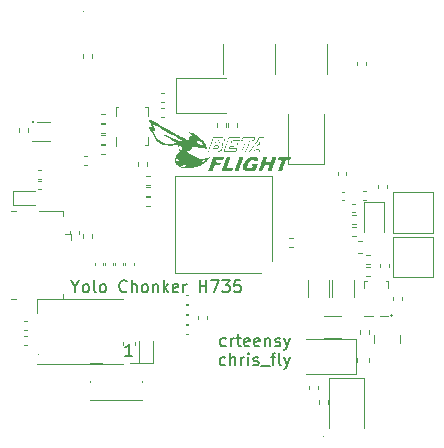
<source format=gbr>
G04 #@! TF.GenerationSoftware,KiCad,Pcbnew,(6.0.8)*
G04 #@! TF.CreationDate,2023-01-15T21:35:17+01:00*
G04 #@! TF.ProjectId,ultimateFC,756c7469-6d61-4746-9546-432e6b696361,rev?*
G04 #@! TF.SameCoordinates,Original*
G04 #@! TF.FileFunction,Legend,Top*
G04 #@! TF.FilePolarity,Positive*
%FSLAX46Y46*%
G04 Gerber Fmt 4.6, Leading zero omitted, Abs format (unit mm)*
G04 Created by KiCad (PCBNEW (6.0.8)) date 2023-01-15 21:35:17*
%MOMM*%
%LPD*%
G01*
G04 APERTURE LIST*
%ADD10C,0.120000*%
%ADD11C,0.180000*%
%ADD12C,0.150000*%
%ADD13C,0.100000*%
G04 APERTURE END LIST*
D10*
X119300000Y-99700000D02*
X119300000Y-102300000D01*
X123700000Y-99700000D02*
X123700000Y-102300000D01*
X114900000Y-99700000D02*
X114900000Y-102300000D01*
D11*
X115157619Y-125259761D02*
X115062380Y-125307380D01*
X114871904Y-125307380D01*
X114776666Y-125259761D01*
X114729047Y-125212142D01*
X114681428Y-125116904D01*
X114681428Y-124831190D01*
X114729047Y-124735952D01*
X114776666Y-124688333D01*
X114871904Y-124640714D01*
X115062380Y-124640714D01*
X115157619Y-124688333D01*
X115586190Y-125307380D02*
X115586190Y-124640714D01*
X115586190Y-124831190D02*
X115633809Y-124735952D01*
X115681428Y-124688333D01*
X115776666Y-124640714D01*
X115871904Y-124640714D01*
X116062380Y-124640714D02*
X116443333Y-124640714D01*
X116205238Y-124307380D02*
X116205238Y-125164523D01*
X116252857Y-125259761D01*
X116348095Y-125307380D01*
X116443333Y-125307380D01*
X117157619Y-125259761D02*
X117062380Y-125307380D01*
X116871904Y-125307380D01*
X116776666Y-125259761D01*
X116729047Y-125164523D01*
X116729047Y-124783571D01*
X116776666Y-124688333D01*
X116871904Y-124640714D01*
X117062380Y-124640714D01*
X117157619Y-124688333D01*
X117205238Y-124783571D01*
X117205238Y-124878809D01*
X116729047Y-124974047D01*
X118014761Y-125259761D02*
X117919523Y-125307380D01*
X117729047Y-125307380D01*
X117633809Y-125259761D01*
X117586190Y-125164523D01*
X117586190Y-124783571D01*
X117633809Y-124688333D01*
X117729047Y-124640714D01*
X117919523Y-124640714D01*
X118014761Y-124688333D01*
X118062380Y-124783571D01*
X118062380Y-124878809D01*
X117586190Y-124974047D01*
X118490952Y-124640714D02*
X118490952Y-125307380D01*
X118490952Y-124735952D02*
X118538571Y-124688333D01*
X118633809Y-124640714D01*
X118776666Y-124640714D01*
X118871904Y-124688333D01*
X118919523Y-124783571D01*
X118919523Y-125307380D01*
X119348095Y-125259761D02*
X119443333Y-125307380D01*
X119633809Y-125307380D01*
X119729047Y-125259761D01*
X119776666Y-125164523D01*
X119776666Y-125116904D01*
X119729047Y-125021666D01*
X119633809Y-124974047D01*
X119490952Y-124974047D01*
X119395714Y-124926428D01*
X119348095Y-124831190D01*
X119348095Y-124783571D01*
X119395714Y-124688333D01*
X119490952Y-124640714D01*
X119633809Y-124640714D01*
X119729047Y-124688333D01*
X120110000Y-124640714D02*
X120348095Y-125307380D01*
X120586190Y-124640714D02*
X120348095Y-125307380D01*
X120252857Y-125545476D01*
X120205238Y-125593095D01*
X120110000Y-125640714D01*
X115133809Y-126869761D02*
X115038571Y-126917380D01*
X114848095Y-126917380D01*
X114752857Y-126869761D01*
X114705238Y-126822142D01*
X114657619Y-126726904D01*
X114657619Y-126441190D01*
X114705238Y-126345952D01*
X114752857Y-126298333D01*
X114848095Y-126250714D01*
X115038571Y-126250714D01*
X115133809Y-126298333D01*
X115562380Y-126917380D02*
X115562380Y-125917380D01*
X115990952Y-126917380D02*
X115990952Y-126393571D01*
X115943333Y-126298333D01*
X115848095Y-126250714D01*
X115705238Y-126250714D01*
X115610000Y-126298333D01*
X115562380Y-126345952D01*
X116467142Y-126917380D02*
X116467142Y-126250714D01*
X116467142Y-126441190D02*
X116514761Y-126345952D01*
X116562380Y-126298333D01*
X116657619Y-126250714D01*
X116752857Y-126250714D01*
X117086190Y-126917380D02*
X117086190Y-126250714D01*
X117086190Y-125917380D02*
X117038571Y-125965000D01*
X117086190Y-126012619D01*
X117133809Y-125965000D01*
X117086190Y-125917380D01*
X117086190Y-126012619D01*
X117514761Y-126869761D02*
X117610000Y-126917380D01*
X117800476Y-126917380D01*
X117895714Y-126869761D01*
X117943333Y-126774523D01*
X117943333Y-126726904D01*
X117895714Y-126631666D01*
X117800476Y-126584047D01*
X117657619Y-126584047D01*
X117562380Y-126536428D01*
X117514761Y-126441190D01*
X117514761Y-126393571D01*
X117562380Y-126298333D01*
X117657619Y-126250714D01*
X117800476Y-126250714D01*
X117895714Y-126298333D01*
X118133809Y-127012619D02*
X118895714Y-127012619D01*
X118990952Y-126250714D02*
X119371904Y-126250714D01*
X119133809Y-126917380D02*
X119133809Y-126060238D01*
X119181428Y-125965000D01*
X119276666Y-125917380D01*
X119371904Y-125917380D01*
X119848095Y-126917380D02*
X119752857Y-126869761D01*
X119705238Y-126774523D01*
X119705238Y-125917380D01*
X120133809Y-126250714D02*
X120371904Y-126917380D01*
X120610000Y-126250714D02*
X120371904Y-126917380D01*
X120276666Y-127155476D01*
X120229047Y-127203095D01*
X120133809Y-127250714D01*
X102439047Y-120266190D02*
X102439047Y-120742380D01*
X102105714Y-119742380D02*
X102439047Y-120266190D01*
X102772380Y-119742380D01*
X103248571Y-120742380D02*
X103153333Y-120694761D01*
X103105714Y-120647142D01*
X103058095Y-120551904D01*
X103058095Y-120266190D01*
X103105714Y-120170952D01*
X103153333Y-120123333D01*
X103248571Y-120075714D01*
X103391428Y-120075714D01*
X103486666Y-120123333D01*
X103534285Y-120170952D01*
X103581904Y-120266190D01*
X103581904Y-120551904D01*
X103534285Y-120647142D01*
X103486666Y-120694761D01*
X103391428Y-120742380D01*
X103248571Y-120742380D01*
X104153333Y-120742380D02*
X104058095Y-120694761D01*
X104010476Y-120599523D01*
X104010476Y-119742380D01*
X104677142Y-120742380D02*
X104581904Y-120694761D01*
X104534285Y-120647142D01*
X104486666Y-120551904D01*
X104486666Y-120266190D01*
X104534285Y-120170952D01*
X104581904Y-120123333D01*
X104677142Y-120075714D01*
X104820000Y-120075714D01*
X104915238Y-120123333D01*
X104962857Y-120170952D01*
X105010476Y-120266190D01*
X105010476Y-120551904D01*
X104962857Y-120647142D01*
X104915238Y-120694761D01*
X104820000Y-120742380D01*
X104677142Y-120742380D01*
X106772380Y-120647142D02*
X106724761Y-120694761D01*
X106581904Y-120742380D01*
X106486666Y-120742380D01*
X106343809Y-120694761D01*
X106248571Y-120599523D01*
X106200952Y-120504285D01*
X106153333Y-120313809D01*
X106153333Y-120170952D01*
X106200952Y-119980476D01*
X106248571Y-119885238D01*
X106343809Y-119790000D01*
X106486666Y-119742380D01*
X106581904Y-119742380D01*
X106724761Y-119790000D01*
X106772380Y-119837619D01*
X107200952Y-120742380D02*
X107200952Y-119742380D01*
X107629523Y-120742380D02*
X107629523Y-120218571D01*
X107581904Y-120123333D01*
X107486666Y-120075714D01*
X107343809Y-120075714D01*
X107248571Y-120123333D01*
X107200952Y-120170952D01*
X108248571Y-120742380D02*
X108153333Y-120694761D01*
X108105714Y-120647142D01*
X108058095Y-120551904D01*
X108058095Y-120266190D01*
X108105714Y-120170952D01*
X108153333Y-120123333D01*
X108248571Y-120075714D01*
X108391428Y-120075714D01*
X108486666Y-120123333D01*
X108534285Y-120170952D01*
X108581904Y-120266190D01*
X108581904Y-120551904D01*
X108534285Y-120647142D01*
X108486666Y-120694761D01*
X108391428Y-120742380D01*
X108248571Y-120742380D01*
X109010476Y-120075714D02*
X109010476Y-120742380D01*
X109010476Y-120170952D02*
X109058095Y-120123333D01*
X109153333Y-120075714D01*
X109296190Y-120075714D01*
X109391428Y-120123333D01*
X109439047Y-120218571D01*
X109439047Y-120742380D01*
X109915238Y-120742380D02*
X109915238Y-119742380D01*
X110010476Y-120361428D02*
X110296190Y-120742380D01*
X110296190Y-120075714D02*
X109915238Y-120456666D01*
X111105714Y-120694761D02*
X111010476Y-120742380D01*
X110820000Y-120742380D01*
X110724761Y-120694761D01*
X110677142Y-120599523D01*
X110677142Y-120218571D01*
X110724761Y-120123333D01*
X110820000Y-120075714D01*
X111010476Y-120075714D01*
X111105714Y-120123333D01*
X111153333Y-120218571D01*
X111153333Y-120313809D01*
X110677142Y-120409047D01*
X111581904Y-120742380D02*
X111581904Y-120075714D01*
X111581904Y-120266190D02*
X111629523Y-120170952D01*
X111677142Y-120123333D01*
X111772380Y-120075714D01*
X111867619Y-120075714D01*
X112962857Y-120742380D02*
X112962857Y-119742380D01*
X112962857Y-120218571D02*
X113534285Y-120218571D01*
X113534285Y-120742380D02*
X113534285Y-119742380D01*
X113915238Y-119742380D02*
X114581904Y-119742380D01*
X114153333Y-120742380D01*
X114867619Y-119742380D02*
X115486666Y-119742380D01*
X115153333Y-120123333D01*
X115296190Y-120123333D01*
X115391428Y-120170952D01*
X115439047Y-120218571D01*
X115486666Y-120313809D01*
X115486666Y-120551904D01*
X115439047Y-120647142D01*
X115391428Y-120694761D01*
X115296190Y-120742380D01*
X115010476Y-120742380D01*
X114915238Y-120694761D01*
X114867619Y-120647142D01*
X116391428Y-119742380D02*
X115915238Y-119742380D01*
X115867619Y-120218571D01*
X115915238Y-120170952D01*
X116010476Y-120123333D01*
X116248571Y-120123333D01*
X116343809Y-120170952D01*
X116391428Y-120218571D01*
X116439047Y-120313809D01*
X116439047Y-120551904D01*
X116391428Y-120647142D01*
X116343809Y-120694761D01*
X116248571Y-120742380D01*
X116010476Y-120742380D01*
X115915238Y-120694761D01*
X115867619Y-120647142D01*
D12*
X107235714Y-126142380D02*
X106664285Y-126142380D01*
X106950000Y-126142380D02*
X106950000Y-125142380D01*
X106854761Y-125285238D01*
X106759523Y-125380476D01*
X106664285Y-125428095D01*
D10*
X124992164Y-112240000D02*
X125207836Y-112240000D01*
X124992164Y-112960000D02*
X125207836Y-112960000D01*
X124639999Y-110592165D02*
X124639999Y-110807837D01*
X125359999Y-110592165D02*
X125359999Y-110807837D01*
X101360000Y-121360000D02*
X101360000Y-120940000D01*
X99380000Y-113840000D02*
X101360000Y-113840000D01*
X99380000Y-121360000D02*
X101360000Y-121360000D01*
X102040000Y-116290000D02*
X102040000Y-115840000D01*
X97010000Y-113840000D02*
X97410000Y-113840000D01*
X101360000Y-113840000D02*
X101360000Y-114260000D01*
X97410000Y-121360000D02*
X97010000Y-121360000D01*
X101590000Y-115840000D02*
X102040000Y-115840000D01*
X128780000Y-111646359D02*
X128780000Y-111953641D01*
X128020000Y-111646359D02*
X128020000Y-111953641D01*
X127053641Y-112980000D02*
X126746359Y-112980000D01*
X127053641Y-112220000D02*
X126746359Y-112220000D01*
X99566141Y-110385000D02*
X99258859Y-110385000D01*
X99566141Y-111145000D02*
X99258859Y-111145000D01*
X97640000Y-107148641D02*
X97640000Y-106841359D01*
X98400000Y-107148641D02*
X98400000Y-106841359D01*
X114420000Y-106446359D02*
X114420000Y-106753641D01*
X115180000Y-106446359D02*
X115180000Y-106753641D01*
X116080000Y-106446359D02*
X116080000Y-106753641D01*
X115320000Y-106446359D02*
X115320000Y-106753641D01*
X99520336Y-112025000D02*
X99304664Y-112025000D01*
X99520336Y-111305000D02*
X99304664Y-111305000D01*
D13*
X100300000Y-107915000D02*
X98800000Y-107915000D01*
X99200000Y-106315000D02*
X100300000Y-106315000D01*
X98950000Y-106315000D02*
G75*
G03*
X98950000Y-106315000I-100000J0D01*
G01*
D10*
X128580000Y-113090000D02*
X126880000Y-113090000D01*
X128580000Y-113090000D02*
X128580000Y-115640000D01*
X126880000Y-113090000D02*
X126880000Y-115640000D01*
X110875000Y-110875000D02*
X119125000Y-110875000D01*
X119125000Y-110875000D02*
X119125000Y-118125000D01*
X118125000Y-119125000D02*
X110875000Y-119125000D01*
X110875000Y-119125000D02*
X110875000Y-110875000D01*
X98353641Y-125180000D02*
X98046359Y-125180000D01*
X98353641Y-124420000D02*
X98046359Y-124420000D01*
G36*
X111055345Y-109997527D02*
G01*
X110985152Y-109911692D01*
X110943337Y-109839634D01*
X110903059Y-109754976D01*
X110869040Y-109669472D01*
X110863687Y-109652138D01*
X113181097Y-109652138D01*
X113191368Y-109703372D01*
X113221880Y-109721820D01*
X113272177Y-109707424D01*
X113327587Y-109671284D01*
X113379321Y-109624846D01*
X113395592Y-109592386D01*
X113376696Y-109575008D01*
X113322930Y-109573817D01*
X113302096Y-109576470D01*
X113236173Y-109587608D01*
X113199899Y-109599643D01*
X113184477Y-109618074D01*
X113181110Y-109648404D01*
X113181097Y-109652138D01*
X110863687Y-109652138D01*
X110846005Y-109594875D01*
X110839193Y-109550970D01*
X110954725Y-109550970D01*
X110956566Y-109597827D01*
X110969394Y-109619116D01*
X111004166Y-109624927D01*
X111035303Y-109625182D01*
X111102047Y-109618993D01*
X111180981Y-109603259D01*
X111219220Y-109592607D01*
X111285597Y-109568158D01*
X111317031Y-109548418D01*
X111312692Y-109534771D01*
X111271746Y-109528600D01*
X111257832Y-109528384D01*
X111202766Y-109521940D01*
X111131222Y-109505405D01*
X111085219Y-109491266D01*
X111025762Y-109473181D01*
X110982041Y-109464285D01*
X110966030Y-109465453D01*
X110958722Y-109490465D01*
X110954892Y-109538125D01*
X110954725Y-109550970D01*
X110839193Y-109550970D01*
X110838567Y-109546936D01*
X110845713Y-109497829D01*
X110864524Y-109425865D01*
X110891062Y-109343622D01*
X110921385Y-109263679D01*
X110941395Y-109218628D01*
X110984910Y-109145971D01*
X111045136Y-109067726D01*
X111112319Y-108994846D01*
X111176702Y-108938281D01*
X111210633Y-108916364D01*
X111254196Y-108876315D01*
X111263292Y-108822706D01*
X111237940Y-108763141D01*
X111215267Y-108713854D01*
X111194101Y-108639691D01*
X111177489Y-108554464D01*
X111168480Y-108471986D01*
X111167683Y-108444667D01*
X111166632Y-108420381D01*
X111225762Y-108420381D01*
X111235630Y-108511355D01*
X111262288Y-108589863D01*
X111301312Y-108650290D01*
X111348283Y-108687022D01*
X111398778Y-108694444D01*
X111431087Y-108681098D01*
X111455177Y-108645441D01*
X111467065Y-108588762D01*
X111465431Y-108527197D01*
X111448953Y-108476884D01*
X111447936Y-108475288D01*
X111420097Y-108410079D01*
X111405712Y-108329200D01*
X111405703Y-108247922D01*
X111420991Y-108181512D01*
X111429261Y-108165899D01*
X111451482Y-108120658D01*
X111444340Y-108100166D01*
X111409285Y-108106106D01*
X111386929Y-108116706D01*
X111320737Y-108171247D01*
X111267695Y-108251856D01*
X111234203Y-108346475D01*
X111225762Y-108420381D01*
X111166632Y-108420381D01*
X111165749Y-108399993D01*
X111157135Y-108365524D01*
X111137625Y-108340321D01*
X111102999Y-108323443D01*
X111049042Y-108313952D01*
X110971534Y-108310908D01*
X110866259Y-108313371D01*
X110729000Y-108320403D01*
X110635289Y-108326066D01*
X110481473Y-108330530D01*
X110321065Y-108326277D01*
X110164613Y-108314195D01*
X110022665Y-108295172D01*
X109905770Y-108270095D01*
X109880259Y-108262525D01*
X109712215Y-108196914D01*
X109562899Y-108111964D01*
X109427799Y-108003607D01*
X109302403Y-107867775D01*
X109182196Y-107700401D01*
X109093746Y-107553516D01*
X108987298Y-107364648D01*
X108899187Y-107206636D01*
X108828325Y-107076844D01*
X108773625Y-106972636D01*
X108733996Y-106891374D01*
X108708352Y-106830421D01*
X108695602Y-106787142D01*
X108694660Y-106758898D01*
X108704436Y-106743054D01*
X108723842Y-106736973D01*
X108751789Y-106738017D01*
X108757393Y-106738724D01*
X108834503Y-106747637D01*
X108880515Y-106747734D01*
X108902366Y-106737444D01*
X108906993Y-106715196D01*
X108905940Y-106705080D01*
X108895497Y-106670733D01*
X108871621Y-106609937D01*
X108846925Y-106552374D01*
X109018710Y-106552374D01*
X109018750Y-106556813D01*
X109026387Y-106585074D01*
X109047182Y-106640444D01*
X109077958Y-106714928D01*
X109115541Y-106800529D01*
X109115548Y-106800545D01*
X109153072Y-106885695D01*
X109183819Y-106959245D01*
X109204630Y-107013370D01*
X109212347Y-107040244D01*
X109212347Y-107040319D01*
X109196315Y-107069532D01*
X109152639Y-107079055D01*
X109096283Y-107069722D01*
X109050994Y-107061593D01*
X109028983Y-107073098D01*
X109025273Y-107080618D01*
X109031404Y-107105466D01*
X109055081Y-107158209D01*
X109093662Y-107233704D01*
X109144500Y-107326809D01*
X109204950Y-107432381D01*
X109215046Y-107449590D01*
X109297032Y-107586237D01*
X109365076Y-107693262D01*
X109422643Y-107775630D01*
X109473195Y-107838307D01*
X109518876Y-107885050D01*
X109646781Y-107983102D01*
X109795540Y-108060225D01*
X109970107Y-108118483D01*
X110175436Y-108159940D01*
X110180335Y-108160679D01*
X110255501Y-108167344D01*
X110357245Y-108170116D01*
X110473643Y-108169182D01*
X110592769Y-108164726D01*
X110702697Y-108156932D01*
X110750454Y-108151845D01*
X110868272Y-108135090D01*
X110948976Y-108118090D01*
X110994169Y-108100371D01*
X111005456Y-108081457D01*
X111003472Y-108076964D01*
X110983303Y-108061458D01*
X110935273Y-108031008D01*
X110876847Y-107996089D01*
X112726779Y-107996089D01*
X112741278Y-108040734D01*
X112741768Y-108041937D01*
X112786679Y-108105001D01*
X112868484Y-108166571D01*
X112985358Y-108225455D01*
X113076051Y-108260591D01*
X113167907Y-108290824D01*
X113229125Y-108305161D01*
X113264155Y-108304079D01*
X113277446Y-108288056D01*
X113277896Y-108282232D01*
X113265334Y-108249877D01*
X113232148Y-108198430D01*
X113185090Y-108136182D01*
X113130912Y-108071425D01*
X113076365Y-108012448D01*
X113028201Y-107967544D01*
X113011086Y-107954594D01*
X112923526Y-107905796D01*
X112851800Y-107890168D01*
X112792386Y-107907344D01*
X112765108Y-107929199D01*
X112733363Y-107965480D01*
X112726779Y-107996089D01*
X110876847Y-107996089D01*
X110865471Y-107989290D01*
X110779988Y-107939978D01*
X110726431Y-107909797D01*
X110538259Y-107803674D01*
X110372479Y-107708198D01*
X110230775Y-107624428D01*
X110114834Y-107553421D01*
X110026340Y-107496235D01*
X109966979Y-107453928D01*
X109938436Y-107427556D01*
X109942396Y-107418178D01*
X109943019Y-107418170D01*
X109980982Y-107424626D01*
X110047289Y-107444327D01*
X110143319Y-107477777D01*
X110270452Y-107525480D01*
X110430069Y-107587939D01*
X110623549Y-107665656D01*
X110639798Y-107672250D01*
X110815101Y-107743420D01*
X110958120Y-107801297D01*
X111072466Y-107847103D01*
X111161749Y-107882065D01*
X111229579Y-107907405D01*
X111279568Y-107924350D01*
X111315326Y-107934123D01*
X111340463Y-107937948D01*
X111358590Y-107937051D01*
X111373318Y-107932656D01*
X111388133Y-107926043D01*
X111429792Y-107895843D01*
X111434450Y-107862577D01*
X111404840Y-107832422D01*
X111381129Y-107818813D01*
X111327227Y-107788501D01*
X111246815Y-107743538D01*
X111143575Y-107685975D01*
X111021191Y-107617865D01*
X110883343Y-107541259D01*
X110733714Y-107458210D01*
X110644969Y-107408998D01*
X110480655Y-107317873D01*
X110317881Y-107227528D01*
X110161754Y-107140804D01*
X110017380Y-107060539D01*
X109889866Y-106989574D01*
X109784317Y-106930746D01*
X109705840Y-106886896D01*
X109686661Y-106876144D01*
X109518886Y-106781960D01*
X109381819Y-106705171D01*
X109272360Y-106644295D01*
X109187410Y-106597851D01*
X109123871Y-106564357D01*
X109078643Y-106542332D01*
X109048628Y-106530293D01*
X109030726Y-106526760D01*
X109021838Y-106530250D01*
X109018866Y-106539282D01*
X109018710Y-106552374D01*
X108846925Y-106552374D01*
X108837788Y-106531078D01*
X108797472Y-106442542D01*
X108794621Y-106436464D01*
X108739847Y-106314456D01*
X108705638Y-106223715D01*
X108692323Y-106162497D01*
X108700231Y-106129059D01*
X108729691Y-106121656D01*
X108781032Y-106138545D01*
X108844512Y-106172081D01*
X108893400Y-106199982D01*
X108967255Y-106241561D01*
X109057135Y-106291808D01*
X109154095Y-106345711D01*
X109183308Y-106361890D01*
X109335284Y-106446015D01*
X109499547Y-106536997D01*
X109671878Y-106632495D01*
X109848055Y-106730165D01*
X110023857Y-106827666D01*
X110195065Y-106922655D01*
X110357458Y-107012791D01*
X110506814Y-107095732D01*
X110638915Y-107169135D01*
X110749538Y-107230659D01*
X110834464Y-107277961D01*
X110886966Y-107307294D01*
X110975027Y-107356476D01*
X111064177Y-107405967D01*
X111140324Y-107447954D01*
X111167683Y-107462912D01*
X111229908Y-107497255D01*
X111313231Y-107543896D01*
X111405182Y-107595829D01*
X111467759Y-107631441D01*
X111637509Y-107726786D01*
X111776039Y-107801082D01*
X111883124Y-107854218D01*
X111958539Y-107886085D01*
X112002061Y-107896573D01*
X112008950Y-107895502D01*
X112029337Y-107872555D01*
X112038181Y-107820248D01*
X112038872Y-107791151D01*
X112051881Y-107686758D01*
X112093420Y-107604578D01*
X112167260Y-107538713D01*
X112219059Y-107509261D01*
X112276738Y-107476320D01*
X112311699Y-107447818D01*
X112318379Y-107431822D01*
X112298908Y-107409471D01*
X112256513Y-107373291D01*
X112200367Y-107331108D01*
X112200287Y-107331051D01*
X112135855Y-107283937D01*
X112076943Y-107238538D01*
X112040837Y-107208588D01*
X111990472Y-107163563D01*
X112067029Y-107174133D01*
X112151880Y-107196073D01*
X112259975Y-107239743D01*
X112385374Y-107301433D01*
X112522132Y-107377429D01*
X112664309Y-107464022D01*
X112805961Y-107557499D01*
X112941147Y-107654148D01*
X113063924Y-107750259D01*
X113168349Y-107842119D01*
X113220761Y-107894762D01*
X113313360Y-108003795D01*
X113398657Y-108122339D01*
X113472668Y-108243217D01*
X113531412Y-108359252D01*
X113570908Y-108463266D01*
X113587173Y-108548082D01*
X113587370Y-108555556D01*
X113573330Y-108589250D01*
X113534949Y-108598827D01*
X113478719Y-108583589D01*
X113452134Y-108570076D01*
X113398144Y-108553247D01*
X113309783Y-108543742D01*
X113235760Y-108541722D01*
X113081522Y-108532568D01*
X112909368Y-108508231D01*
X112735581Y-108471682D01*
X112576443Y-108425897D01*
X112548981Y-108416317D01*
X112479981Y-108392376D01*
X112424307Y-108374797D01*
X112392673Y-108366933D01*
X112390751Y-108366798D01*
X112371718Y-108383047D01*
X112345740Y-108424667D01*
X112329182Y-108458757D01*
X112278290Y-108549816D01*
X112208168Y-108630165D01*
X112111720Y-108706979D01*
X112034902Y-108756392D01*
X111973085Y-108796713D01*
X111926865Y-108832519D01*
X111904336Y-108857372D01*
X111903353Y-108861038D01*
X111918837Y-108884638D01*
X111958241Y-108916490D01*
X111985632Y-108933767D01*
X112033207Y-108961719D01*
X112104803Y-109004337D01*
X112191341Y-109056195D01*
X112283746Y-109111865D01*
X112299596Y-109121446D01*
X112494534Y-109234621D01*
X112665500Y-109323048D01*
X112816999Y-109388213D01*
X112953532Y-109431606D01*
X113079603Y-109454716D01*
X113199715Y-109459031D01*
X113293696Y-109450078D01*
X113375314Y-109435532D01*
X113450313Y-109418228D01*
X113503359Y-109401738D01*
X113506030Y-109400631D01*
X113555185Y-109382262D01*
X113590748Y-109373446D01*
X113593149Y-109373317D01*
X113622487Y-109365490D01*
X113673940Y-109345448D01*
X113720211Y-109324937D01*
X113792918Y-109295381D01*
X113835438Y-109288875D01*
X113848798Y-109305557D01*
X113836587Y-109340801D01*
X113785547Y-109415448D01*
X113706150Y-109503031D01*
X113604396Y-109598636D01*
X113486288Y-109697345D01*
X113357827Y-109794243D01*
X113225013Y-109884415D01*
X113093847Y-109962944D01*
X113045579Y-109988764D01*
X112966570Y-110026526D01*
X112873587Y-110066431D01*
X112775320Y-110105267D01*
X112680459Y-110139823D01*
X112597695Y-110166886D01*
X112535715Y-110183244D01*
X112510332Y-110186615D01*
X112464452Y-110192643D01*
X112403321Y-110207711D01*
X112383184Y-110213962D01*
X112328286Y-110226146D01*
X112247453Y-110236752D01*
X112149587Y-110245391D01*
X112043593Y-110251676D01*
X111938374Y-110255219D01*
X111842833Y-110255633D01*
X111765875Y-110252531D01*
X111716402Y-110245524D01*
X111709756Y-110243281D01*
X111655499Y-110232206D01*
X111598829Y-110234610D01*
X111523767Y-110232022D01*
X111463311Y-110208211D01*
X111395139Y-110177377D01*
X111319816Y-110149779D01*
X111305756Y-110145476D01*
X111174361Y-110088529D01*
X111419359Y-110088529D01*
X111436935Y-110109967D01*
X111482527Y-110127976D01*
X111545439Y-110139600D01*
X111612879Y-110141980D01*
X111661432Y-110137912D01*
X111694210Y-110125559D01*
X111722180Y-110096900D01*
X111756308Y-110043916D01*
X111763616Y-110031737D01*
X111811344Y-109944566D01*
X111838684Y-109877758D01*
X111844123Y-109835422D01*
X111839400Y-109825813D01*
X111819873Y-109831117D01*
X111778849Y-109855160D01*
X111725757Y-109892340D01*
X111651576Y-109943546D01*
X111570104Y-109993556D01*
X111520998Y-110020250D01*
X111466518Y-110050244D01*
X111429630Y-110075782D01*
X111419359Y-110088529D01*
X111174361Y-110088529D01*
X111170422Y-110086822D01*
X111055345Y-109997527D01*
G37*
X108753641Y-112580000D02*
X108446359Y-112580000D01*
X108753641Y-111820000D02*
X108446359Y-111820000D01*
X99150000Y-121340000D02*
X99150000Y-122490000D01*
X106450000Y-126840000D02*
X99150000Y-126840000D01*
X106450000Y-121340000D02*
X99150000Y-121340000D01*
X122240000Y-128907836D02*
X122240000Y-128692164D01*
X122960000Y-128907836D02*
X122960000Y-128692164D01*
X126240000Y-101523641D02*
X126240000Y-101216359D01*
X127000000Y-101523641D02*
X127000000Y-101216359D01*
X102020000Y-115853641D02*
X102020000Y-115546359D01*
X102780000Y-115853641D02*
X102780000Y-115546359D01*
X103146359Y-109980000D02*
X103453641Y-109980000D01*
X103146359Y-109220000D02*
X103453641Y-109220000D01*
D13*
X126360000Y-97327500D02*
G75*
G03*
X126360000Y-97327500I-50000J0D01*
G01*
D10*
X104646359Y-107280000D02*
X104953641Y-107280000D01*
X104646359Y-106520000D02*
X104953641Y-106520000D01*
X124911252Y-124610000D02*
X123488748Y-124610000D01*
X124911252Y-122790000D02*
X123488748Y-122790000D01*
X129900000Y-124350000D02*
X129900000Y-125050000D01*
X127700000Y-124350000D02*
X127700000Y-125050000D01*
X105790000Y-118267164D02*
X105790000Y-118482836D01*
X106510000Y-118267164D02*
X106510000Y-118482836D01*
X123910000Y-119688748D02*
X123910000Y-121111252D01*
X122090000Y-119688748D02*
X122090000Y-121111252D01*
X104646359Y-109080000D02*
X104953641Y-109080000D01*
X104646359Y-108320000D02*
X104953641Y-108320000D01*
D13*
X108550000Y-108300000D02*
X108330000Y-108300000D01*
X105850000Y-105100000D02*
X106070000Y-105100000D01*
X105850000Y-105820000D02*
X105850000Y-105100000D01*
X108550000Y-108300000D02*
X108550000Y-107580000D01*
X108330000Y-105100000D02*
X108550000Y-105100000D01*
X108550000Y-105100000D02*
X108550000Y-105820000D01*
X105850000Y-108400000D02*
X105850000Y-107580000D01*
D10*
X126160000Y-124690000D02*
X121950000Y-124690000D01*
X121950000Y-127710000D02*
X126160000Y-127710000D01*
X126160000Y-127710000D02*
X126160000Y-124690000D01*
X107360000Y-118267164D02*
X107360000Y-118482836D01*
X106640000Y-118267164D02*
X106640000Y-118482836D01*
X104646359Y-106380000D02*
X104953641Y-106380000D01*
X104646359Y-105620000D02*
X104953641Y-105620000D01*
X111767164Y-123565000D02*
X111982836Y-123565000D01*
X111767164Y-124285000D02*
X111982836Y-124285000D01*
X103090000Y-100883641D02*
X103090000Y-100576359D01*
X103850000Y-100883641D02*
X103850000Y-100576359D01*
X109000000Y-124900000D02*
X109000000Y-126750000D01*
X107800000Y-124900000D02*
X107800000Y-126750000D01*
X107800000Y-126750000D02*
X109000000Y-126750000D01*
D13*
X99340000Y-122400000D02*
G75*
G03*
X99340000Y-122400000I-50000J0D01*
G01*
D10*
X128900000Y-119800000D02*
X128700000Y-119800000D01*
X127600000Y-122800000D02*
X126900000Y-122800000D01*
X126900000Y-120400000D02*
X126900000Y-119800000D01*
X126900000Y-119800000D02*
X127100000Y-119800000D01*
X128900000Y-122800000D02*
X128200000Y-122800000D01*
X128900000Y-120400000D02*
X128900000Y-119800000D01*
X129300000Y-122700000D02*
G75*
G03*
X129300000Y-122700000I-100000J0D01*
G01*
X111982836Y-121865000D02*
X111767164Y-121865000D01*
X111982836Y-122585000D02*
X111767164Y-122585000D01*
X127046359Y-118620000D02*
X127353641Y-118620000D01*
X127046359Y-119380000D02*
X127353641Y-119380000D01*
X127310000Y-126662779D02*
X127310000Y-126337221D01*
X126290000Y-126662779D02*
X126290000Y-126337221D01*
X105660000Y-118482836D02*
X105660000Y-118267164D01*
X104940000Y-118482836D02*
X104940000Y-118267164D01*
X126662779Y-116390000D02*
X126337221Y-116390000D01*
X126662779Y-117410000D02*
X126337221Y-117410000D01*
D13*
X103150000Y-96970000D02*
G75*
G03*
X103150000Y-96970000I-50000J0D01*
G01*
D10*
X126153641Y-115980000D02*
X125846359Y-115980000D01*
X126153641Y-115220000D02*
X125846359Y-115220000D01*
X104646359Y-108180000D02*
X104953641Y-108180000D01*
X104646359Y-107420000D02*
X104953641Y-107420000D01*
X132700000Y-115700000D02*
X129300000Y-115700000D01*
X129300000Y-112300000D02*
X132700000Y-112300000D01*
X129300000Y-115700000D02*
X129300000Y-112300000D01*
X132700000Y-112300000D02*
X132700000Y-115700000D01*
G36*
X114139415Y-108486404D02*
G01*
X114160278Y-108438252D01*
X114183412Y-108390568D01*
X114205313Y-108350860D01*
X114222475Y-108326635D01*
X114226149Y-108323525D01*
X114255727Y-108314290D01*
X114303695Y-108308517D01*
X114361758Y-108306444D01*
X114421623Y-108308304D01*
X114474995Y-108314335D01*
X114484743Y-108316182D01*
X114551351Y-108338327D01*
X114593585Y-108371372D01*
X114611022Y-108414218D01*
X114603237Y-108465765D01*
X114569806Y-108524913D01*
X114566819Y-108528885D01*
X114526336Y-108571002D01*
X114476806Y-108599900D01*
X114413294Y-108617310D01*
X114330862Y-108624964D01*
X114290828Y-108625683D01*
X114225077Y-108624747D01*
X114181053Y-108621114D01*
X114153675Y-108614086D01*
X114139637Y-108604860D01*
X114122171Y-108574357D01*
X114118519Y-108554084D01*
X114122577Y-108535523D01*
X114172275Y-108535523D01*
X114174906Y-108552043D01*
X114185917Y-108562743D01*
X114209985Y-108568848D01*
X114251787Y-108571582D01*
X114312266Y-108572172D01*
X114377287Y-108570840D01*
X114422687Y-108566147D01*
X114455635Y-108556954D01*
X114477286Y-108545935D01*
X114523505Y-108508930D01*
X114551243Y-108468169D01*
X114559288Y-108428325D01*
X114546431Y-108394071D01*
X114521693Y-108374529D01*
X114491973Y-108366579D01*
X114444470Y-108360896D01*
X114388207Y-108357784D01*
X114332206Y-108357545D01*
X114285490Y-108360482D01*
X114259710Y-108365744D01*
X114243132Y-108381851D01*
X114221779Y-108414737D01*
X114200027Y-108455907D01*
X114182250Y-108496867D01*
X114172823Y-108529123D01*
X114172275Y-108535523D01*
X114122577Y-108535523D01*
X114124327Y-108527517D01*
X114139415Y-108486404D01*
G37*
G36*
X115008761Y-108765276D02*
G01*
X115026233Y-108712454D01*
X115051510Y-108640554D01*
X115078407Y-108565502D01*
X115107909Y-108482663D01*
X115140151Y-108390897D01*
X115170976Y-108302097D01*
X115193496Y-108236243D01*
X115220320Y-108157925D01*
X115250338Y-108071796D01*
X115279118Y-107990509D01*
X115294684Y-107947301D01*
X115317603Y-107883332D01*
X115339278Y-107821135D01*
X115356578Y-107769771D01*
X115363430Y-107748333D01*
X115372266Y-107718616D01*
X115380470Y-107694379D01*
X115390676Y-107675084D01*
X115405522Y-107660194D01*
X115427644Y-107649173D01*
X115459678Y-107641483D01*
X115504260Y-107636587D01*
X115564027Y-107633949D01*
X115641615Y-107633032D01*
X115739661Y-107633298D01*
X115860800Y-107634210D01*
X115921432Y-107634674D01*
X116050062Y-107635723D01*
X116154387Y-107636897D01*
X116236982Y-107638324D01*
X116300418Y-107640133D01*
X116347271Y-107642450D01*
X116380114Y-107645404D01*
X116401521Y-107649122D01*
X116414064Y-107653733D01*
X116420318Y-107659364D01*
X116420379Y-107659460D01*
X116422312Y-107682481D01*
X116414364Y-107722435D01*
X116399111Y-107772435D01*
X116379128Y-107825594D01*
X116356990Y-107875026D01*
X116335272Y-107913846D01*
X116317515Y-107934525D01*
X116302769Y-107941241D01*
X116278069Y-107946302D01*
X116240124Y-107949909D01*
X116185645Y-107952263D01*
X116111343Y-107953565D01*
X116013927Y-107954015D01*
X115997985Y-107954021D01*
X115706289Y-107954021D01*
X115677838Y-107990191D01*
X115659257Y-108022960D01*
X115653201Y-108052814D01*
X115653344Y-108054027D01*
X115655878Y-108063566D01*
X115662744Y-108070770D01*
X115677502Y-108076108D01*
X115703711Y-108080051D01*
X115744931Y-108083069D01*
X115804720Y-108085631D01*
X115886637Y-108088208D01*
X115919365Y-108089148D01*
X116000236Y-108091572D01*
X116071321Y-108093938D01*
X116128480Y-108096090D01*
X116167570Y-108097868D01*
X116184447Y-108099117D01*
X116184788Y-108099228D01*
X116189564Y-108117370D01*
X116187827Y-108153456D01*
X116180679Y-108199654D01*
X116169218Y-108248128D01*
X116159716Y-108277864D01*
X116144876Y-108317735D01*
X116130750Y-108348189D01*
X116113662Y-108370592D01*
X116089942Y-108386311D01*
X116055914Y-108396710D01*
X116007906Y-108403155D01*
X115942245Y-108407012D01*
X115855258Y-108409645D01*
X115801731Y-108410952D01*
X115525570Y-108417672D01*
X115507025Y-108471304D01*
X115498767Y-108497989D01*
X115496579Y-108518613D01*
X115503245Y-108533957D01*
X115521550Y-108544799D01*
X115554277Y-108551919D01*
X115604211Y-108556097D01*
X115674135Y-108558112D01*
X115766833Y-108558743D01*
X115819495Y-108558783D01*
X115920942Y-108559202D01*
X115998228Y-108560564D01*
X116054060Y-108563026D01*
X116091144Y-108566743D01*
X116112186Y-108571872D01*
X116118572Y-108576073D01*
X116122563Y-108598917D01*
X116115980Y-108638819D01*
X116101270Y-108689324D01*
X116080881Y-108743978D01*
X116057260Y-108796326D01*
X116032856Y-108839913D01*
X116010116Y-108868285D01*
X116006720Y-108871037D01*
X115990592Y-108873329D01*
X115950718Y-108875444D01*
X115890228Y-108877318D01*
X115812255Y-108878887D01*
X115719929Y-108880086D01*
X115616382Y-108880851D01*
X115515399Y-108881117D01*
X115384773Y-108880999D01*
X115278521Y-108880461D01*
X115194143Y-108879408D01*
X115129137Y-108877750D01*
X115081001Y-108875392D01*
X115047235Y-108872242D01*
X115025335Y-108868207D01*
X115012803Y-108863194D01*
X115011677Y-108862427D01*
X115001608Y-108853907D01*
X114995516Y-108843337D01*
X114994168Y-108827313D01*
X114996934Y-108810767D01*
X115045940Y-108810767D01*
X115051498Y-108815430D01*
X115069672Y-108819207D01*
X115102598Y-108822175D01*
X115152416Y-108824409D01*
X115221264Y-108825986D01*
X115311279Y-108826984D01*
X115424601Y-108827478D01*
X115514545Y-108827566D01*
X115640363Y-108827460D01*
X115741988Y-108827060D01*
X115822103Y-108826244D01*
X115883392Y-108824890D01*
X115928540Y-108822876D01*
X115960230Y-108820079D01*
X115981147Y-108816379D01*
X115993974Y-108811651D01*
X116001396Y-108805776D01*
X116001714Y-108805401D01*
X116016431Y-108780859D01*
X116033724Y-108742494D01*
X116050732Y-108698222D01*
X116064593Y-108655960D01*
X116072444Y-108623626D01*
X116072348Y-108610004D01*
X116057491Y-108606758D01*
X116019809Y-108603897D01*
X115963351Y-108601573D01*
X115892170Y-108599940D01*
X115810317Y-108599150D01*
X115783297Y-108599100D01*
X115686377Y-108598431D01*
X115603826Y-108596519D01*
X115538836Y-108593509D01*
X115494597Y-108589543D01*
X115474990Y-108585188D01*
X115453439Y-108559179D01*
X115448995Y-108531704D01*
X115455111Y-108487150D01*
X115470753Y-108439211D01*
X115491861Y-108397537D01*
X115514376Y-108371776D01*
X115516923Y-108370243D01*
X115537528Y-108366184D01*
X115580406Y-108362640D01*
X115640955Y-108359821D01*
X115714571Y-108357937D01*
X115796651Y-108357199D01*
X115802603Y-108357196D01*
X115894986Y-108356902D01*
X115964075Y-108355843D01*
X116013452Y-108353746D01*
X116046698Y-108350344D01*
X116067392Y-108345365D01*
X116079115Y-108338540D01*
X116081344Y-108336183D01*
X116095430Y-108311503D01*
X116112876Y-108271107D01*
X116129883Y-108225185D01*
X116142654Y-108183927D01*
X116147392Y-108158968D01*
X116141184Y-108152811D01*
X116120377Y-108148243D01*
X116082248Y-108145083D01*
X116024073Y-108143153D01*
X115943129Y-108142272D01*
X115892797Y-108142169D01*
X115637763Y-108142169D01*
X115615349Y-108107962D01*
X115601852Y-108081391D01*
X115600689Y-108054127D01*
X115609351Y-108018965D01*
X115627871Y-107975390D01*
X115652629Y-107937767D01*
X115657722Y-107932220D01*
X115668682Y-107921895D01*
X115680596Y-107914075D01*
X115697090Y-107908411D01*
X115721794Y-107904556D01*
X115758336Y-107902161D01*
X115810344Y-107900880D01*
X115881447Y-107900364D01*
X115975271Y-107900265D01*
X115991024Y-107900264D01*
X116096494Y-107899849D01*
X116177549Y-107898517D01*
X116236641Y-107896136D01*
X116276225Y-107892576D01*
X116298750Y-107887705D01*
X116305668Y-107883465D01*
X116320246Y-107857730D01*
X116336924Y-107817961D01*
X116352861Y-107772625D01*
X116365219Y-107730188D01*
X116371157Y-107699114D01*
X116370613Y-107689811D01*
X116355715Y-107684721D01*
X116317748Y-107680383D01*
X116260510Y-107676802D01*
X116187802Y-107673983D01*
X116103420Y-107671932D01*
X116011165Y-107670654D01*
X115914835Y-107670152D01*
X115818229Y-107670433D01*
X115725146Y-107671502D01*
X115639384Y-107673362D01*
X115564742Y-107676020D01*
X115505020Y-107679481D01*
X115464016Y-107683748D01*
X115445803Y-107688598D01*
X115430219Y-107709816D01*
X115411795Y-107747904D01*
X115397495Y-107786032D01*
X115384247Y-107825354D01*
X115364078Y-107884057D01*
X115339052Y-107956189D01*
X115311231Y-108035799D01*
X115288004Y-108101852D01*
X115258912Y-108184481D01*
X115230404Y-108265716D01*
X115204696Y-108339220D01*
X115184007Y-108398654D01*
X115172800Y-108431111D01*
X115153682Y-108486523D01*
X115129584Y-108555866D01*
X115104480Y-108627727D01*
X115093304Y-108659577D01*
X115073759Y-108716656D01*
X115058130Y-108765117D01*
X115048325Y-108798871D01*
X115045940Y-108810767D01*
X114996934Y-108810767D01*
X114998328Y-108802427D01*
X115008761Y-108765276D01*
G37*
G36*
X117841414Y-108319548D02*
G01*
X117874892Y-108265418D01*
X117910779Y-108209205D01*
X117945878Y-108155930D01*
X117976991Y-108110615D01*
X118000921Y-108078279D01*
X118013039Y-108064894D01*
X118043005Y-108050553D01*
X118058759Y-108048095D01*
X118068481Y-108050126D01*
X118075203Y-108058968D01*
X118079462Y-108078747D01*
X118081797Y-108113588D01*
X118082746Y-108167616D01*
X118082863Y-108232883D01*
X118082033Y-108301692D01*
X118079903Y-108361467D01*
X118076769Y-108406743D01*
X118072932Y-108432053D01*
X118071839Y-108434716D01*
X118045978Y-108454284D01*
X118002040Y-108468269D01*
X117948385Y-108475933D01*
X117893374Y-108476537D01*
X117845368Y-108469340D01*
X117817276Y-108457227D01*
X117794992Y-108435880D01*
X117787407Y-108419223D01*
X117794474Y-108401471D01*
X117794801Y-108400873D01*
X117854880Y-108400873D01*
X117858800Y-108414184D01*
X117874866Y-108421360D01*
X117908938Y-108424124D01*
X117934765Y-108424391D01*
X117982285Y-108422745D01*
X118010200Y-108416492D01*
X118025655Y-108403656D01*
X118028839Y-108398397D01*
X118035486Y-108373209D01*
X118039934Y-108331515D01*
X118042160Y-108280736D01*
X118042139Y-108228299D01*
X118039847Y-108181626D01*
X118035260Y-108148142D01*
X118029691Y-108135684D01*
X118017783Y-108142868D01*
X117996034Y-108168077D01*
X117967945Y-108206001D01*
X117937016Y-108251332D01*
X117906745Y-108298758D01*
X117880634Y-108342972D01*
X117862182Y-108378664D01*
X117854890Y-108400524D01*
X117854880Y-108400873D01*
X117794801Y-108400873D01*
X117813542Y-108366573D01*
X117841414Y-108319548D01*
G37*
G36*
X114299795Y-108022447D02*
G01*
X114319238Y-107976189D01*
X114340029Y-107937460D01*
X114358456Y-107914952D01*
X114360526Y-107913649D01*
X114384437Y-107907813D01*
X114427822Y-107903265D01*
X114483285Y-107900649D01*
X114514701Y-107900264D01*
X114575412Y-107900766D01*
X114615734Y-107903183D01*
X114642148Y-107908881D01*
X114661138Y-107919227D01*
X114678356Y-107934753D01*
X114701903Y-107964732D01*
X114706831Y-107995078D01*
X114704314Y-108012028D01*
X114681077Y-108064745D01*
X114637797Y-108108676D01*
X114581173Y-108137726D01*
X114560238Y-108143098D01*
X114504607Y-108150464D01*
X114442003Y-108153625D01*
X114381544Y-108152629D01*
X114332352Y-108147527D01*
X114310026Y-108141750D01*
X114285926Y-108121806D01*
X114279788Y-108102789D01*
X114283330Y-108080575D01*
X114337363Y-108080575D01*
X114347765Y-108103492D01*
X114348572Y-108104081D01*
X114374106Y-108110649D01*
X114417569Y-108111883D01*
X114470698Y-108108478D01*
X114525230Y-108101128D01*
X114572900Y-108090529D01*
X114593329Y-108083511D01*
X114634123Y-108057351D01*
X114650866Y-108026742D01*
X114655596Y-107993050D01*
X114647502Y-107969993D01*
X114623064Y-107955434D01*
X114578764Y-107947235D01*
X114513554Y-107943340D01*
X114455367Y-107942022D01*
X114417722Y-107943463D01*
X114394336Y-107948743D01*
X114378926Y-107958939D01*
X114370932Y-107967817D01*
X114350474Y-108003425D01*
X114338776Y-108044115D01*
X114337363Y-108080575D01*
X114283330Y-108080575D01*
X114285408Y-108067544D01*
X114299795Y-108022447D01*
G37*
G36*
X116503900Y-107833975D02*
G01*
X116524029Y-107779277D01*
X116546450Y-107726222D01*
X116567840Y-107683330D01*
X116582280Y-107661719D01*
X116609447Y-107631481D01*
X117123606Y-107631481D01*
X117254624Y-107631518D01*
X117361313Y-107631716D01*
X117446226Y-107632208D01*
X117511912Y-107633126D01*
X117560923Y-107634604D01*
X117595808Y-107636772D01*
X117619119Y-107639765D01*
X117633407Y-107643713D01*
X117641221Y-107648751D01*
X117645113Y-107655009D01*
X117646382Y-107658628D01*
X117647296Y-107692766D01*
X117636767Y-107741783D01*
X117617880Y-107798025D01*
X117593721Y-107853838D01*
X117567373Y-107901571D01*
X117541923Y-107933569D01*
X117532903Y-107940132D01*
X117508978Y-107945967D01*
X117465220Y-107950594D01*
X117408668Y-107953424D01*
X117367041Y-107954021D01*
X117296158Y-107955233D01*
X117247166Y-107960158D01*
X117215136Y-107970731D01*
X117195140Y-107988888D01*
X117182248Y-108016562D01*
X117178763Y-108027936D01*
X117171078Y-108051393D01*
X117156411Y-108093419D01*
X117137102Y-108147376D01*
X117121890Y-108189206D01*
X117096428Y-108259167D01*
X117066284Y-108342617D01*
X117035730Y-108427705D01*
X117015328Y-108484868D01*
X116989207Y-108558306D01*
X116962319Y-108633903D01*
X116938096Y-108702010D01*
X116922187Y-108746739D01*
X116902698Y-108797163D01*
X116883664Y-108839104D01*
X116868686Y-108864763D01*
X116866614Y-108867135D01*
X116848958Y-108876839D01*
X116816265Y-108883274D01*
X116764398Y-108886974D01*
X116702272Y-108888368D01*
X116640633Y-108888512D01*
X116587546Y-108887774D01*
X116549686Y-108886296D01*
X116535351Y-108884799D01*
X116523957Y-108882326D01*
X116514886Y-108879021D01*
X116508716Y-108872753D01*
X116506025Y-108861394D01*
X116507392Y-108842813D01*
X116513393Y-108814882D01*
X116524607Y-108775470D01*
X116541612Y-108722448D01*
X116564985Y-108653686D01*
X116595306Y-108567055D01*
X116633151Y-108460425D01*
X116679099Y-108331667D01*
X116705635Y-108257362D01*
X116738895Y-108162452D01*
X116762732Y-108090081D01*
X116777813Y-108037877D01*
X116784806Y-108003466D01*
X116784380Y-107984477D01*
X116783192Y-107981859D01*
X116768693Y-107970450D01*
X116739258Y-107963031D01*
X116690119Y-107958675D01*
X116657102Y-107957370D01*
X116584814Y-107954393D01*
X116535374Y-107949876D01*
X116504756Y-107942816D01*
X116488936Y-107932211D01*
X116483887Y-107917059D01*
X116483810Y-107914216D01*
X116488843Y-107884953D01*
X116539278Y-107884953D01*
X116544806Y-107894043D01*
X116563038Y-107898884D01*
X116599051Y-107901061D01*
X116643513Y-107901944D01*
X116696043Y-107903121D01*
X116738442Y-107904750D01*
X116763316Y-107906527D01*
X116766032Y-107906984D01*
X116791089Y-107911126D01*
X116799918Y-107912024D01*
X116820736Y-107924434D01*
X116834002Y-107943942D01*
X116837371Y-107954185D01*
X116838557Y-107967470D01*
X116836911Y-107985853D01*
X116831783Y-108011391D01*
X116822524Y-108046143D01*
X116808485Y-108092165D01*
X116789016Y-108151515D01*
X116763467Y-108226251D01*
X116731190Y-108318430D01*
X116691534Y-108430109D01*
X116643851Y-108563347D01*
X116599627Y-108686455D01*
X116579749Y-108742597D01*
X116563809Y-108789249D01*
X116553724Y-108820702D01*
X116551154Y-108830926D01*
X116563339Y-108836664D01*
X116595694Y-108840192D01*
X116641614Y-108841662D01*
X116694497Y-108841224D01*
X116747737Y-108839032D01*
X116794730Y-108835238D01*
X116828872Y-108829993D01*
X116843116Y-108824206D01*
X116853575Y-108804032D01*
X116869335Y-108765828D01*
X116887336Y-108717110D01*
X116890988Y-108706614D01*
X116954659Y-108522926D01*
X117010489Y-108364627D01*
X117058587Y-108231431D01*
X117099061Y-108123052D01*
X117132020Y-108039201D01*
X117157571Y-107979593D01*
X117175823Y-107943941D01*
X117182845Y-107934384D01*
X117198356Y-107922218D01*
X117219843Y-107913681D01*
X117252623Y-107907790D01*
X117302013Y-107903565D01*
X117367634Y-107900264D01*
X117525049Y-107893545D01*
X117555415Y-107829475D01*
X117574008Y-107783186D01*
X117586575Y-107738770D01*
X117589161Y-107721961D01*
X117592540Y-107678518D01*
X117115450Y-107675268D01*
X117004340Y-107674813D01*
X116901446Y-107674971D01*
X116809933Y-107675693D01*
X116732967Y-107676929D01*
X116673711Y-107678631D01*
X116635333Y-107680748D01*
X116621276Y-107682957D01*
X116607774Y-107700915D01*
X116589629Y-107736660D01*
X116570203Y-107782318D01*
X116552858Y-107830017D01*
X116541377Y-107870026D01*
X116539278Y-107884953D01*
X116488843Y-107884953D01*
X116489386Y-107881795D01*
X116503900Y-107833975D01*
G37*
G36*
X117226827Y-108733443D02*
G01*
X117283259Y-108656751D01*
X117316578Y-108612539D01*
X117339350Y-108581677D01*
X117373983Y-108533715D01*
X117416962Y-108473597D01*
X117464769Y-108406269D01*
X117513887Y-108336673D01*
X117560799Y-108269755D01*
X117579101Y-108243490D01*
X117619700Y-108185884D01*
X117671924Y-108112941D01*
X117731283Y-108030834D01*
X117793286Y-107945739D01*
X117853442Y-107863829D01*
X117907260Y-107791278D01*
X117931362Y-107759153D01*
X118022593Y-107638201D01*
X118206708Y-107634466D01*
X118281101Y-107633279D01*
X118333057Y-107633553D01*
X118366998Y-107635742D01*
X118387348Y-107640300D01*
X118398527Y-107647680D01*
X118403191Y-107654625D01*
X118405927Y-107672714D01*
X118408768Y-107714828D01*
X118411624Y-107778114D01*
X118414407Y-107859719D01*
X118417026Y-107956789D01*
X118419392Y-108066472D01*
X118421416Y-108185915D01*
X118422567Y-108272639D01*
X118429575Y-108866760D01*
X118386475Y-108880984D01*
X118354014Y-108886632D01*
X118301717Y-108890019D01*
X118236553Y-108890832D01*
X118190668Y-108889832D01*
X118114120Y-108885847D01*
X118060940Y-108878911D01*
X118027637Y-108867111D01*
X118010721Y-108848533D01*
X118006702Y-108821265D01*
X118010576Y-108791114D01*
X118014475Y-108759410D01*
X118010060Y-108736754D01*
X117993831Y-108721647D01*
X117962287Y-108712595D01*
X117911927Y-108708101D01*
X117839253Y-108706670D01*
X117812867Y-108706614D01*
X117640030Y-108706614D01*
X117571381Y-108793968D01*
X117502732Y-108881323D01*
X117379646Y-108881506D01*
X117321791Y-108882277D01*
X117271849Y-108884180D01*
X117237624Y-108886870D01*
X117229683Y-108888181D01*
X117195786Y-108887051D01*
X117179286Y-108880610D01*
X117159818Y-108860969D01*
X117155767Y-108848388D01*
X117163517Y-108828623D01*
X117164612Y-108826851D01*
X117222963Y-108826851D01*
X117235996Y-108833896D01*
X117273627Y-108838645D01*
X117333655Y-108840866D01*
X117356788Y-108841005D01*
X117490613Y-108841005D01*
X117524564Y-108783072D01*
X117552757Y-108736993D01*
X117578229Y-108704030D01*
X117606231Y-108681854D01*
X117642014Y-108668136D01*
X117690828Y-108660545D01*
X117757922Y-108656752D01*
X117812642Y-108655248D01*
X117887547Y-108653821D01*
X117940589Y-108653992D01*
X117976762Y-108656273D01*
X118001058Y-108661178D01*
X118018472Y-108669219D01*
X118029987Y-108677591D01*
X118050138Y-108698384D01*
X118059191Y-108724128D01*
X118060367Y-108764936D01*
X118060098Y-108772137D01*
X118057286Y-108840011D01*
X118181051Y-108843868D01*
X118262553Y-108845414D01*
X118320258Y-108843962D01*
X118357115Y-108839197D01*
X118376070Y-108830806D01*
X118380258Y-108822681D01*
X118380532Y-108806330D01*
X118380674Y-108766015D01*
X118380691Y-108704652D01*
X118380587Y-108625155D01*
X118380366Y-108530439D01*
X118380032Y-108423419D01*
X118379591Y-108307008D01*
X118379377Y-108256402D01*
X118378686Y-108118942D01*
X118377860Y-108005915D01*
X118376793Y-107914873D01*
X118375383Y-107843371D01*
X118373524Y-107788961D01*
X118371111Y-107749199D01*
X118368041Y-107721637D01*
X118364208Y-107703829D01*
X118359508Y-107693329D01*
X118355121Y-107688598D01*
X118332795Y-107681662D01*
X118291074Y-107676562D01*
X118237389Y-107673440D01*
X118179169Y-107672437D01*
X118123846Y-107673696D01*
X118078849Y-107677357D01*
X118053277Y-107682842D01*
X118039065Y-107696146D01*
X118011479Y-107728832D01*
X117972515Y-107778230D01*
X117924166Y-107841669D01*
X117868427Y-107916481D01*
X117807291Y-107999993D01*
X117742752Y-108089537D01*
X117676804Y-108182442D01*
X117626138Y-108254849D01*
X117599245Y-108293070D01*
X117560399Y-108347671D01*
X117513453Y-108413294D01*
X117462261Y-108484581D01*
X117410677Y-108556174D01*
X117362553Y-108622712D01*
X117321745Y-108678840D01*
X117295239Y-108714965D01*
X117263177Y-108759797D01*
X117238413Y-108797239D01*
X117224616Y-108821608D01*
X117222963Y-108826851D01*
X117164612Y-108826851D01*
X117187059Y-108790521D01*
X117226827Y-108733443D01*
G37*
G36*
X113693233Y-108779426D02*
G01*
X113712991Y-108715482D01*
X113740320Y-108631746D01*
X113775939Y-108525649D01*
X113781568Y-108509042D01*
X113838241Y-108342108D01*
X113887004Y-108198799D01*
X113928517Y-108077266D01*
X113963443Y-107975661D01*
X113992442Y-107892134D01*
X114016175Y-107824835D01*
X114035305Y-107771916D01*
X114050492Y-107731528D01*
X114062398Y-107701821D01*
X114071685Y-107680947D01*
X114079014Y-107667055D01*
X114085046Y-107658297D01*
X114086439Y-107656682D01*
X114094598Y-107649336D01*
X114106277Y-107643574D01*
X114124546Y-107639209D01*
X114152474Y-107636053D01*
X114193130Y-107633920D01*
X114249584Y-107632620D01*
X114324906Y-107631968D01*
X114422165Y-107631775D01*
X114493538Y-107631802D01*
X114595404Y-107632314D01*
X114690964Y-107633601D01*
X114776198Y-107635545D01*
X114847084Y-107638030D01*
X114899601Y-107640938D01*
X114929727Y-107644152D01*
X114931587Y-107644539D01*
X114990823Y-107671607D01*
X115035741Y-107710894D01*
X115066491Y-107747511D01*
X115081545Y-107778891D01*
X115086050Y-107816767D01*
X115086138Y-107825793D01*
X115074068Y-107903762D01*
X115040000Y-107985594D01*
X114987148Y-108065834D01*
X114918725Y-108139025D01*
X114885091Y-108167146D01*
X114852034Y-108192675D01*
X114893748Y-108240185D01*
X114931124Y-108288676D01*
X114951361Y-108333618D01*
X114955606Y-108382515D01*
X114945011Y-108442872D01*
X114931787Y-108488411D01*
X114882723Y-108600691D01*
X114812308Y-108698764D01*
X114723308Y-108780294D01*
X114618487Y-108842943D01*
X114500609Y-108884374D01*
X114451579Y-108894296D01*
X114414341Y-108898139D01*
X114355115Y-108901575D01*
X114278788Y-108904443D01*
X114190249Y-108906583D01*
X114094385Y-108907836D01*
X114029450Y-108908099D01*
X113922247Y-108907893D01*
X113838918Y-108907094D01*
X113776462Y-108905537D01*
X113731879Y-108903057D01*
X113702168Y-108899489D01*
X113684328Y-108894670D01*
X113675571Y-108888698D01*
X113672217Y-108878215D01*
X113673564Y-108858222D01*
X113675841Y-108847426D01*
X113723150Y-108847426D01*
X113724851Y-108851886D01*
X113725633Y-108852515D01*
X113742304Y-108854666D01*
X113782198Y-108856326D01*
X113841660Y-108857450D01*
X113917037Y-108857993D01*
X114004676Y-108857910D01*
X114100407Y-108857162D01*
X114217360Y-108855532D01*
X114310719Y-108853395D01*
X114383770Y-108850555D01*
X114439796Y-108846818D01*
X114482079Y-108841989D01*
X114513905Y-108835874D01*
X114528413Y-108831806D01*
X114627198Y-108789196D01*
X114715891Y-108729253D01*
X114791198Y-108655868D01*
X114849825Y-108572931D01*
X114888477Y-108484333D01*
X114903861Y-108393965D01*
X114903976Y-108388207D01*
X114901995Y-108342647D01*
X114891776Y-108311101D01*
X114868696Y-108280946D01*
X114862132Y-108273974D01*
X114825762Y-108228779D01*
X114813646Y-108191790D01*
X114825987Y-108159214D01*
X114862984Y-108127261D01*
X114870175Y-108122601D01*
X114926590Y-108074167D01*
X114977823Y-108005887D01*
X115018735Y-107924792D01*
X115023184Y-107913254D01*
X115039960Y-107861580D01*
X115044390Y-107823707D01*
X115036624Y-107789641D01*
X115025434Y-107765433D01*
X115012159Y-107742040D01*
X114997130Y-107723252D01*
X114977397Y-107708532D01*
X114950009Y-107697341D01*
X114912017Y-107689144D01*
X114860472Y-107683401D01*
X114792424Y-107679576D01*
X114704922Y-107677130D01*
X114595017Y-107675526D01*
X114528413Y-107674850D01*
X114428118Y-107674302D01*
X114336173Y-107674555D01*
X114256124Y-107675539D01*
X114191514Y-107677185D01*
X114145888Y-107679422D01*
X114122792Y-107682181D01*
X114121059Y-107682870D01*
X114111270Y-107698827D01*
X114094790Y-107736057D01*
X114073312Y-107790296D01*
X114048528Y-107857277D01*
X114023594Y-107928442D01*
X113963738Y-108103867D01*
X113912061Y-108255591D01*
X113868007Y-108385332D01*
X113831024Y-108494809D01*
X113800555Y-108585743D01*
X113776048Y-108659851D01*
X113756948Y-108718852D01*
X113742700Y-108764466D01*
X113732750Y-108798412D01*
X113726545Y-108822407D01*
X113723530Y-108838172D01*
X113723150Y-108847426D01*
X113675841Y-108847426D01*
X113680330Y-108826149D01*
X113693233Y-108779426D01*
G37*
X109953641Y-104680000D02*
X109646359Y-104680000D01*
X109953641Y-103920000D02*
X109646359Y-103920000D01*
X104090000Y-118482836D02*
X104090000Y-118267164D01*
X104810000Y-118482836D02*
X104810000Y-118267164D01*
D13*
X123460000Y-132932500D02*
G75*
G03*
X123460000Y-132932500I-50000J0D01*
G01*
G36*
X115465735Y-109291119D02*
G01*
X115514307Y-109295307D01*
X115542789Y-109304179D01*
X115554759Y-109319359D01*
X115553792Y-109342472D01*
X115548631Y-109360401D01*
X115529609Y-109416115D01*
X115501904Y-109494923D01*
X115466393Y-109594366D01*
X115423957Y-109711984D01*
X115375473Y-109845320D01*
X115366632Y-109869538D01*
X115338734Y-109947463D01*
X115313924Y-110019662D01*
X115293898Y-110080976D01*
X115280349Y-110126242D01*
X115275214Y-110148078D01*
X115273038Y-110175837D01*
X115277768Y-110196637D01*
X115292656Y-110211470D01*
X115320949Y-110221330D01*
X115365897Y-110227210D01*
X115430751Y-110230103D01*
X115518758Y-110231001D01*
X115546647Y-110231031D01*
X115641553Y-110231913D01*
X115713492Y-110234504D01*
X115761112Y-110238721D01*
X115783063Y-110244481D01*
X115784127Y-110245579D01*
X115783669Y-110264903D01*
X115773934Y-110301677D01*
X115757687Y-110348871D01*
X115737692Y-110399453D01*
X115716712Y-110446393D01*
X115697512Y-110482660D01*
X115683933Y-110500445D01*
X115673142Y-110505377D01*
X115653132Y-110509245D01*
X115621724Y-110512073D01*
X115576737Y-110513884D01*
X115515992Y-110514702D01*
X115437307Y-110514551D01*
X115338504Y-110513454D01*
X115217401Y-110511435D01*
X115071818Y-110508516D01*
X115026477Y-110507544D01*
X114957352Y-110505639D01*
X114897490Y-110503233D01*
X114852475Y-110500605D01*
X114827892Y-110498035D01*
X114825738Y-110497489D01*
X114818959Y-110491075D01*
X114817705Y-110476357D01*
X114822861Y-110449986D01*
X114835315Y-110408616D01*
X114855952Y-110348899D01*
X114885659Y-110267487D01*
X114889056Y-110258313D01*
X114915004Y-110187842D01*
X114943484Y-110109814D01*
X114968775Y-110039902D01*
X114971170Y-110033233D01*
X114992478Y-109974022D01*
X115019259Y-109899877D01*
X115047644Y-109821497D01*
X115067347Y-109767229D01*
X115101254Y-109673735D01*
X115129444Y-109595395D01*
X115155647Y-109521765D01*
X115183592Y-109442405D01*
X115196436Y-109405736D01*
X115215357Y-109355676D01*
X115234303Y-109322580D01*
X115259210Y-109302961D01*
X115296016Y-109293331D01*
X115350659Y-109290203D01*
X115393495Y-109289994D01*
X115465735Y-109291119D01*
G37*
G36*
X117591615Y-109263556D02*
G01*
X117646390Y-109267307D01*
X117687946Y-109274638D01*
X117723285Y-109286431D01*
X117730339Y-109289454D01*
X117809577Y-109338064D01*
X117868078Y-109403296D01*
X117904151Y-109482418D01*
X117916107Y-109572695D01*
X117915616Y-109589024D01*
X117911601Y-109664919D01*
X117613713Y-109664919D01*
X117591119Y-109623995D01*
X117559843Y-109583863D01*
X117517193Y-109549169D01*
X117472674Y-109526634D01*
X117446452Y-109521686D01*
X117414774Y-109524525D01*
X117369851Y-109531736D01*
X117345981Y-109536496D01*
X117274016Y-109564952D01*
X117204075Y-109616966D01*
X117139106Y-109688829D01*
X117082055Y-109776833D01*
X117035866Y-109877270D01*
X117009845Y-109959619D01*
X116996639Y-110049784D01*
X117005097Y-110127538D01*
X117033824Y-110190718D01*
X117081422Y-110237158D01*
X117146496Y-110264695D01*
X117211138Y-110271655D01*
X117267689Y-110264075D01*
X117326797Y-110244266D01*
X117382421Y-110215816D01*
X117428520Y-110182312D01*
X117459054Y-110147342D01*
X117468260Y-110118921D01*
X117465731Y-110101975D01*
X117453735Y-110090928D01*
X117425664Y-110081729D01*
X117396644Y-110075036D01*
X117366178Y-110059944D01*
X117359130Y-110041528D01*
X117364820Y-110013044D01*
X117379130Y-109972512D01*
X117397922Y-109929403D01*
X117417056Y-109893193D01*
X117432396Y-109873354D01*
X117432684Y-109873157D01*
X117451004Y-109869660D01*
X117491472Y-109866666D01*
X117548953Y-109864411D01*
X117618314Y-109863129D01*
X117656255Y-109862926D01*
X117739599Y-109863345D01*
X117799233Y-109865000D01*
X117838713Y-109868197D01*
X117861594Y-109873243D01*
X117871435Y-109880445D01*
X117871929Y-109881523D01*
X117869677Y-109900404D01*
X117858472Y-109941640D01*
X117839341Y-110002196D01*
X117813311Y-110079036D01*
X117781411Y-110169123D01*
X117744669Y-110269422D01*
X117705119Y-110374264D01*
X117683220Y-110430577D01*
X117665786Y-110466451D01*
X117647013Y-110486727D01*
X117621096Y-110496240D01*
X117582233Y-110499832D01*
X117553048Y-110501043D01*
X117502262Y-110502726D01*
X117472877Y-110501375D01*
X117459038Y-110495139D01*
X117454891Y-110482166D01*
X117454619Y-110469922D01*
X117448558Y-110440464D01*
X117428811Y-110428408D01*
X117393033Y-110433650D01*
X117338880Y-110456086D01*
X117322794Y-110464066D01*
X117282740Y-110483547D01*
X117248719Y-110496764D01*
X117213397Y-110505175D01*
X117169443Y-110510242D01*
X117109524Y-110513425D01*
X117067673Y-110514883D01*
X116902148Y-110520224D01*
X116813958Y-110474356D01*
X116757724Y-110441382D01*
X116718272Y-110407469D01*
X116686105Y-110364348D01*
X116684366Y-110361558D01*
X116663356Y-110324333D01*
X116650315Y-110289763D01*
X116642938Y-110248555D01*
X116638920Y-110191415D01*
X116638255Y-110175708D01*
X116637305Y-110106955D01*
X116641934Y-110052420D01*
X116653837Y-109999315D01*
X116667338Y-109956341D01*
X116722266Y-109813307D01*
X116784094Y-109692646D01*
X116855589Y-109589766D01*
X116939515Y-109500072D01*
X116945249Y-109494787D01*
X117014021Y-109435581D01*
X117078188Y-109389834D01*
X117147605Y-109351477D01*
X117232129Y-109314441D01*
X117248939Y-109307749D01*
X117302650Y-109287472D01*
X117346111Y-109274343D01*
X117388395Y-109266829D01*
X117438576Y-109263396D01*
X117505726Y-109262510D01*
X117516619Y-109262502D01*
X117591615Y-109263556D01*
G37*
G36*
X116545933Y-109291669D02*
G01*
X116594237Y-109294771D01*
X116626989Y-109299525D01*
X116635001Y-109302431D01*
X116641020Y-109306009D01*
X116645170Y-109310275D01*
X116646589Y-109318183D01*
X116644415Y-109332691D01*
X116637786Y-109356753D01*
X116625840Y-109393325D01*
X116607717Y-109445363D01*
X116582553Y-109515824D01*
X116549489Y-109607662D01*
X116531317Y-109658099D01*
X116503533Y-109735420D01*
X116474522Y-109816459D01*
X116447900Y-109891095D01*
X116428924Y-109944565D01*
X116408018Y-110003254D01*
X116388252Y-110057951D01*
X116373016Y-110099294D01*
X116369619Y-110108260D01*
X116357965Y-110139289D01*
X116339478Y-110189266D01*
X116316628Y-110251489D01*
X116291882Y-110319257D01*
X116289968Y-110324516D01*
X116266899Y-110387329D01*
X116247121Y-110440098D01*
X116232495Y-110477940D01*
X116224880Y-110495972D01*
X116224363Y-110496771D01*
X116209838Y-110498839D01*
X116173828Y-110501539D01*
X116122112Y-110504489D01*
X116073262Y-110506774D01*
X115995615Y-110508574D01*
X115943092Y-110506332D01*
X115916538Y-110500094D01*
X115914285Y-110498215D01*
X115911599Y-110484700D01*
X115915842Y-110457094D01*
X115927693Y-110413123D01*
X115947830Y-110350513D01*
X115976929Y-110266993D01*
X116012231Y-110169645D01*
X116028476Y-110125218D01*
X116048425Y-110070312D01*
X116072999Y-110002374D01*
X116103119Y-109918852D01*
X116139705Y-109817193D01*
X116183677Y-109694845D01*
X116233611Y-109555789D01*
X116258095Y-109487675D01*
X116280312Y-109426026D01*
X116298108Y-109376812D01*
X116309326Y-109346005D01*
X116310692Y-109342306D01*
X116330694Y-109312681D01*
X116353946Y-109298158D01*
X116386083Y-109293463D01*
X116434018Y-109290896D01*
X116489914Y-109290337D01*
X116545933Y-109291669D01*
G37*
G36*
X114655583Y-109290046D02*
G01*
X114752403Y-109290787D01*
X114837463Y-109291940D01*
X114907237Y-109293440D01*
X114958200Y-109295220D01*
X114986829Y-109297214D01*
X114991258Y-109298065D01*
X115004955Y-109305731D01*
X115010674Y-109318620D01*
X115007774Y-109341688D01*
X114995613Y-109379887D01*
X114973549Y-109438171D01*
X114972900Y-109439839D01*
X114933064Y-109542148D01*
X114651170Y-109548969D01*
X114369276Y-109555789D01*
X114335676Y-109594885D01*
X114311986Y-109631608D01*
X114305453Y-109673196D01*
X114306194Y-109689830D01*
X114309338Y-109715868D01*
X114316851Y-109735019D01*
X114332460Y-109748377D01*
X114359892Y-109757036D01*
X114402872Y-109762090D01*
X114465127Y-109764632D01*
X114550383Y-109765756D01*
X114565280Y-109765869D01*
X114633898Y-109767196D01*
X114692293Y-109769890D01*
X114735264Y-109773594D01*
X114757610Y-109777949D01*
X114759464Y-109779237D01*
X114758910Y-109796928D01*
X114751107Y-109832340D01*
X114738379Y-109877648D01*
X114723050Y-109925023D01*
X114707445Y-109966641D01*
X114697208Y-109988899D01*
X114689977Y-109997722D01*
X114676481Y-110004084D01*
X114652734Y-110008375D01*
X114614747Y-110010990D01*
X114558532Y-110012319D01*
X114480104Y-110012755D01*
X114454576Y-110012771D01*
X114368096Y-110013107D01*
X114304617Y-110014379D01*
X114259863Y-110016979D01*
X114229559Y-110021302D01*
X114209427Y-110027741D01*
X114195251Y-110036643D01*
X114181517Y-110056838D01*
X114161278Y-110098259D01*
X114136396Y-110156166D01*
X114108735Y-110225818D01*
X114080159Y-110302475D01*
X114052531Y-110381395D01*
X114027714Y-110457839D01*
X114020976Y-110479984D01*
X114014994Y-110490220D01*
X114001209Y-110497068D01*
X113974966Y-110501184D01*
X113931612Y-110503224D01*
X113866494Y-110503844D01*
X113851739Y-110503856D01*
X113778168Y-110503050D01*
X113728737Y-110500415D01*
X113700344Y-110495624D01*
X113689887Y-110488352D01*
X113689669Y-110486804D01*
X113694028Y-110467910D01*
X113705876Y-110429011D01*
X113723411Y-110375755D01*
X113744832Y-110313787D01*
X113745153Y-110312878D01*
X113771755Y-110237065D01*
X113799684Y-110156563D01*
X113825067Y-110082577D01*
X113839451Y-110040053D01*
X113857542Y-109986568D01*
X113882051Y-109914824D01*
X113910404Y-109832321D01*
X113940027Y-109746558D01*
X113956516Y-109699022D01*
X113984278Y-109619035D01*
X114010908Y-109542131D01*
X114034272Y-109474486D01*
X114052237Y-109422274D01*
X114060219Y-109398915D01*
X114078057Y-109354755D01*
X114097106Y-109320192D01*
X114108538Y-109306836D01*
X114122869Y-109301660D01*
X114151978Y-109297540D01*
X114198061Y-109294391D01*
X114263319Y-109292129D01*
X114349948Y-109290668D01*
X114460147Y-109289925D01*
X114550525Y-109289785D01*
X114655583Y-109290046D01*
G37*
G36*
X120281263Y-109290330D02*
G01*
X120385729Y-109291192D01*
X120478619Y-109292511D01*
X120556728Y-109294219D01*
X120616853Y-109296247D01*
X120655790Y-109298527D01*
X120670078Y-109300743D01*
X120677206Y-109320594D01*
X120671886Y-109359896D01*
X120655161Y-109414387D01*
X120628072Y-109479802D01*
X120624362Y-109487785D01*
X120598817Y-109542148D01*
X120441997Y-109549877D01*
X120377409Y-109553836D01*
X120321459Y-109558698D01*
X120280623Y-109563810D01*
X120262365Y-109567982D01*
X120248738Y-109578600D01*
X120233988Y-109600370D01*
X120216548Y-109636706D01*
X120194848Y-109691022D01*
X120167320Y-109766732D01*
X120155176Y-109801332D01*
X120135461Y-109857487D01*
X120109805Y-109930001D01*
X120081511Y-110009564D01*
X120053881Y-110086864D01*
X120053547Y-110087798D01*
X120026321Y-110164078D01*
X119998778Y-110241847D01*
X119974074Y-110312153D01*
X119955369Y-110366045D01*
X119954889Y-110367443D01*
X119936599Y-110418139D01*
X119919937Y-110459705D01*
X119908002Y-110484507D01*
X119906439Y-110486804D01*
X119888123Y-110495301D01*
X119847648Y-110500797D01*
X119783038Y-110503494D01*
X119737857Y-110503856D01*
X119666109Y-110503005D01*
X119618470Y-110500225D01*
X119591814Y-110495169D01*
X119583016Y-110487495D01*
X119582989Y-110486804D01*
X119586998Y-110467808D01*
X119598870Y-110428504D01*
X119618907Y-110368013D01*
X119647414Y-110285454D01*
X119684694Y-110179947D01*
X119731050Y-110050611D01*
X119781743Y-109910462D01*
X119794965Y-109873159D01*
X119813735Y-109819115D01*
X119834896Y-109757445D01*
X119844917Y-109727987D01*
X119888289Y-109600077D01*
X119856731Y-109574523D01*
X119836340Y-109562007D01*
X119808555Y-109554249D01*
X119767040Y-109550242D01*
X119705459Y-109548983D01*
X119695544Y-109548969D01*
X119565915Y-109548969D01*
X119573184Y-109511455D01*
X119587074Y-109456654D01*
X119606537Y-109400771D01*
X119628267Y-109351742D01*
X119648957Y-109317506D01*
X119657720Y-109308531D01*
X119669604Y-109303392D01*
X119691423Y-109299240D01*
X119725660Y-109295984D01*
X119774796Y-109293534D01*
X119841312Y-109291800D01*
X119927690Y-109290692D01*
X120036411Y-109290121D01*
X120168424Y-109289994D01*
X120281263Y-109290330D01*
G37*
G36*
X118547624Y-109289482D02*
G01*
X118601572Y-109292876D01*
X118643900Y-109299238D01*
X118667150Y-109308506D01*
X118667966Y-109309375D01*
X118676655Y-109338478D01*
X118671513Y-109353709D01*
X118655411Y-109390672D01*
X118636222Y-109442933D01*
X118616242Y-109503111D01*
X118597765Y-109563821D01*
X118583086Y-109617682D01*
X118574498Y-109657310D01*
X118573201Y-109670036D01*
X118576695Y-109697324D01*
X118589721Y-109716609D01*
X118616095Y-109729196D01*
X118659633Y-109736391D01*
X118724152Y-109739499D01*
X118777574Y-109739946D01*
X118844365Y-109739568D01*
X118889616Y-109737749D01*
X118919066Y-109733457D01*
X118938453Y-109725662D01*
X118953517Y-109713334D01*
X118959218Y-109707338D01*
X118974567Y-109682587D01*
X118995529Y-109637679D01*
X119019596Y-109578500D01*
X119044259Y-109510938D01*
X119049840Y-109494570D01*
X119075906Y-109417917D01*
X119097296Y-109363256D01*
X119118465Y-109326872D01*
X119143869Y-109305049D01*
X119177964Y-109294071D01*
X119225207Y-109290221D01*
X119290053Y-109289784D01*
X119295405Y-109289785D01*
X119363524Y-109291025D01*
X119407542Y-109296954D01*
X119430603Y-109310881D01*
X119435854Y-109336119D01*
X119426440Y-109375978D01*
X119413076Y-109413638D01*
X119391123Y-109473003D01*
X119363565Y-109548215D01*
X119332429Y-109633668D01*
X119299743Y-109723759D01*
X119267535Y-109812887D01*
X119237830Y-109895446D01*
X119212657Y-109965835D01*
X119194043Y-110018449D01*
X119188899Y-110033233D01*
X119171632Y-110082571D01*
X119148711Y-110147109D01*
X119123851Y-110216421D01*
X119111170Y-110251493D01*
X119088603Y-110313776D01*
X119067704Y-110371590D01*
X119051370Y-110416913D01*
X119044654Y-110435650D01*
X119027518Y-110472218D01*
X119003773Y-110496513D01*
X118968624Y-110510200D01*
X118917277Y-110514943D01*
X118844935Y-110512407D01*
X118827158Y-110511145D01*
X118769527Y-110507141D01*
X118730595Y-110502392D01*
X118708550Y-110492596D01*
X118701581Y-110473449D01*
X118707875Y-110440646D01*
X118725620Y-110389883D01*
X118749425Y-110326520D01*
X118782622Y-110236883D01*
X118807204Y-110169177D01*
X118824173Y-110119801D01*
X118834531Y-110085156D01*
X118839280Y-110061639D01*
X118839421Y-110045652D01*
X118835956Y-110033593D01*
X118832738Y-110027072D01*
X118824669Y-110015532D01*
X118811854Y-110007688D01*
X118789509Y-110002832D01*
X118752848Y-110000260D01*
X118697087Y-109999265D01*
X118643305Y-109999130D01*
X118563170Y-109999867D01*
X118505312Y-110003934D01*
X118464733Y-110014114D01*
X118436434Y-110033188D01*
X118415414Y-110063940D01*
X118396676Y-110109151D01*
X118384939Y-110142932D01*
X118367801Y-110192335D01*
X118352092Y-110235857D01*
X118343273Y-110258883D01*
X118331935Y-110287967D01*
X118314784Y-110333401D01*
X118295321Y-110385895D01*
X118293258Y-110391515D01*
X118272661Y-110440848D01*
X118251546Y-110480373D01*
X118234003Y-110502602D01*
X118231798Y-110504055D01*
X118205547Y-110510593D01*
X118160866Y-110514849D01*
X118105827Y-110516813D01*
X118048506Y-110516475D01*
X117996976Y-110513827D01*
X117959310Y-110508859D01*
X117946093Y-110504385D01*
X117939260Y-110498126D01*
X117935966Y-110487843D01*
X117937057Y-110470491D01*
X117943377Y-110443024D01*
X117955771Y-110402396D01*
X117975085Y-110345562D01*
X118002163Y-110269476D01*
X118037850Y-110171093D01*
X118040863Y-110162825D01*
X118084211Y-110043825D01*
X118119426Y-109946997D01*
X118147748Y-109868888D01*
X118170422Y-109806051D01*
X118188688Y-109755033D01*
X118203789Y-109712386D01*
X118216967Y-109674659D01*
X118225043Y-109651278D01*
X118263480Y-109541090D01*
X118294827Y-109454819D01*
X118319967Y-109390292D01*
X118339782Y-109345334D01*
X118355153Y-109317771D01*
X118364773Y-109306836D01*
X118390630Y-109297734D01*
X118434695Y-109291849D01*
X118489512Y-109289119D01*
X118547624Y-109289482D01*
G37*
D10*
X111767164Y-123435000D02*
X111982836Y-123435000D01*
X111767164Y-122715000D02*
X111982836Y-122715000D01*
X99000000Y-112200000D02*
X97150000Y-112200000D01*
X97150000Y-112200000D02*
X97150000Y-113400000D01*
X99000000Y-113400000D02*
X97150000Y-113400000D01*
X125892164Y-113240000D02*
X126107836Y-113240000D01*
X125892164Y-113960000D02*
X126107836Y-113960000D01*
X108753641Y-111680000D02*
X108446359Y-111680000D01*
X108753641Y-110920000D02*
X108446359Y-110920000D01*
X124190000Y-119688748D02*
X124190000Y-121111252D01*
X126010000Y-119688748D02*
X126010000Y-121111252D01*
X98353641Y-123980000D02*
X98046359Y-123980000D01*
X98353641Y-123220000D02*
X98046359Y-123220000D01*
X127353641Y-118380000D02*
X127046359Y-118380000D01*
X127353641Y-117620000D02*
X127046359Y-117620000D01*
X111982836Y-121015000D02*
X111767164Y-121015000D01*
X111982836Y-121735000D02*
X111767164Y-121735000D01*
D13*
X99340000Y-126000000D02*
G75*
G03*
X99340000Y-126000000I-50000J0D01*
G01*
D10*
X103880000Y-116153641D02*
X103880000Y-115846359D01*
X103120000Y-116153641D02*
X103120000Y-115846359D01*
X112820000Y-122746359D02*
X112820000Y-123053641D01*
X113580000Y-122746359D02*
X113580000Y-123053641D01*
X110990000Y-105590000D02*
X115200000Y-105590000D01*
X115200000Y-102570000D02*
X110990000Y-102570000D01*
X110990000Y-102570000D02*
X110990000Y-105590000D01*
X107720000Y-109746359D02*
X107720000Y-110053641D01*
X108480000Y-109746359D02*
X108480000Y-110053641D01*
X123050000Y-129906359D02*
X123050000Y-130213641D01*
X123810000Y-129906359D02*
X123810000Y-130213641D01*
X103670000Y-129850000D02*
X108070000Y-129850000D01*
X108070000Y-128350000D02*
X108070000Y-128250000D01*
X103670000Y-128350000D02*
X103670000Y-128250000D01*
X104720000Y-126750000D02*
X103670000Y-126750000D01*
X108070000Y-126750000D02*
X107020000Y-126750000D01*
X126520000Y-124253641D02*
X126520000Y-123946359D01*
X127280000Y-124253641D02*
X127280000Y-123946359D01*
X120480000Y-109852500D02*
X123500000Y-109852500D01*
X120480000Y-105642500D02*
X120480000Y-109852500D01*
X123500000Y-109852500D02*
X123500000Y-105642500D01*
X107510000Y-124959420D02*
X107510000Y-125240580D01*
X106490000Y-124959420D02*
X106490000Y-125240580D01*
X128960000Y-118607836D02*
X128960000Y-118392164D01*
X128240000Y-118607836D02*
X128240000Y-118392164D01*
X120546359Y-116880000D02*
X120853641Y-116880000D01*
X120546359Y-116120000D02*
X120853641Y-116120000D01*
X123890000Y-128040000D02*
X123890000Y-132250000D01*
X126910000Y-132250000D02*
X126910000Y-128040000D01*
X126910000Y-128040000D02*
X123890000Y-128040000D01*
X130060000Y-121407836D02*
X130060000Y-121192164D01*
X129340000Y-121407836D02*
X129340000Y-121192164D01*
X132700000Y-119450000D02*
X129300000Y-119450000D01*
X132700000Y-116050000D02*
X132700000Y-119450000D01*
X129300000Y-119450000D02*
X129300000Y-116050000D01*
X129300000Y-116050000D02*
X132700000Y-116050000D01*
X108446359Y-112720000D02*
X108753641Y-112720000D01*
X108446359Y-113480000D02*
X108753641Y-113480000D01*
X125846359Y-114220000D02*
X126153641Y-114220000D01*
X125846359Y-114980000D02*
X126153641Y-114980000D01*
X109953641Y-105880000D02*
X109646359Y-105880000D01*
X109953641Y-105120000D02*
X109646359Y-105120000D01*
M02*

</source>
